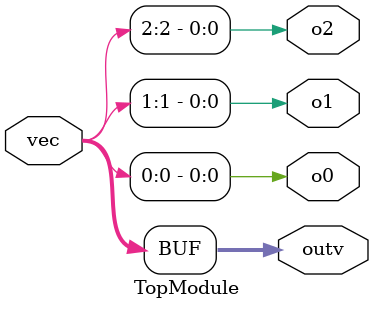
<source format=sv>
module TopModule (
    input  logic [2:0] vec,  // 3-bit wide unsigned input vector
    output logic [2:0] outv, // 3-bit wide unsigned output vector
    output logic       o0,    // 1-bit output, connected to vec[0]
    output logic       o1,    // 1-bit output, connected to vec[1]
    output logic       o2     // 1-bit output, connected to vec[2]
);

assign outv = vec;
assign o0 = vec[0];
assign o1 = vec[1];
assign o2 = vec[2];

endmodule
</source>
